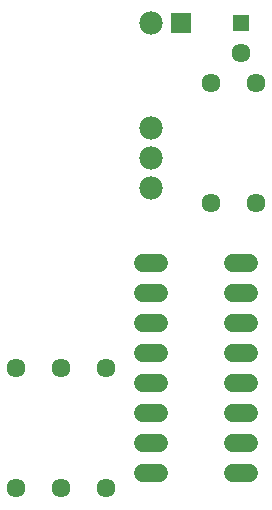
<source format=gts>
G75*
%MOIN*%
%OFA0B0*%
%FSLAX25Y25*%
%IPPOS*%
%LPD*%
%AMOC8*
5,1,8,0,0,1.08239X$1,22.5*
%
%ADD10C,0.07800*%
%ADD11R,0.07100X0.07100*%
%ADD12C,0.06343*%
%ADD13R,0.05556X0.05556*%
%ADD14C,0.05950*%
D10*
X0052868Y0106000D03*
X0052868Y0116000D03*
X0052868Y0126000D03*
X0052868Y0161000D03*
D11*
X0062868Y0161000D03*
D12*
X0007868Y0006000D03*
X0022868Y0006000D03*
X0037868Y0006000D03*
X0037868Y0046000D03*
X0022868Y0046000D03*
X0007868Y0046000D03*
X0072868Y0101000D03*
X0087868Y0101000D03*
X0087868Y0141000D03*
X0072868Y0141000D03*
X0082868Y0151000D03*
D13*
X0082868Y0161000D03*
D14*
X0080293Y0081000D02*
X0085443Y0081000D01*
X0085443Y0071000D02*
X0080293Y0071000D01*
X0080293Y0061000D02*
X0085443Y0061000D01*
X0085443Y0051000D02*
X0080293Y0051000D01*
X0080293Y0041000D02*
X0085443Y0041000D01*
X0085443Y0031000D02*
X0080293Y0031000D01*
X0080293Y0021000D02*
X0085443Y0021000D01*
X0085443Y0011000D02*
X0080293Y0011000D01*
X0055443Y0011000D02*
X0050293Y0011000D01*
X0050293Y0021000D02*
X0055443Y0021000D01*
X0055443Y0031000D02*
X0050293Y0031000D01*
X0050293Y0041000D02*
X0055443Y0041000D01*
X0055443Y0051000D02*
X0050293Y0051000D01*
X0050293Y0061000D02*
X0055443Y0061000D01*
X0055443Y0071000D02*
X0050293Y0071000D01*
X0050293Y0081000D02*
X0055443Y0081000D01*
M02*

</source>
